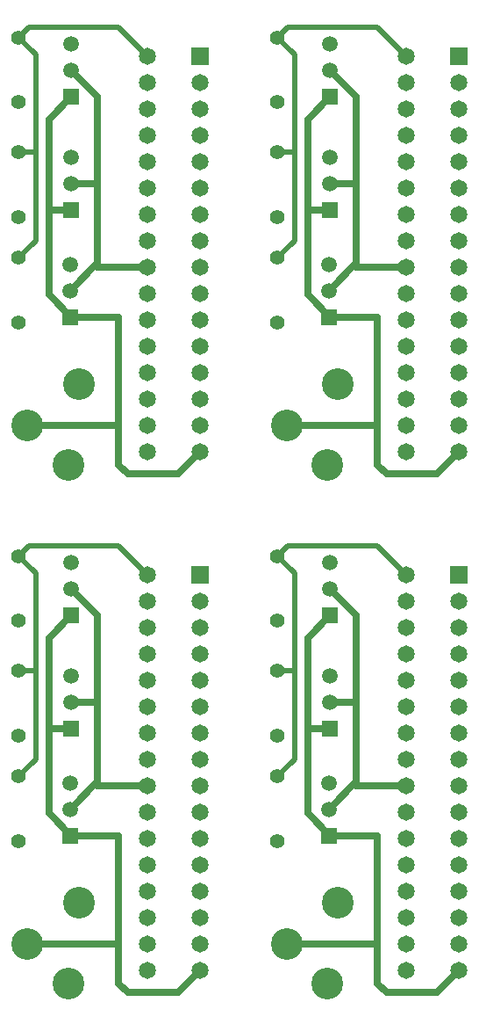
<source format=gbl>
%FSLAX23Y23*%
%MOIN*%
G70*
G01*
G75*
G04 Layer_Physical_Order=2*
G04 Layer_Color=16711680*
%ADD10C,0.015*%
%ADD11C,0.025*%
%ADD12C,0.120*%
%ADD13C,0.055*%
%ADD14C,0.065*%
%ADD15R,0.065X0.065*%
%ADD16C,0.059*%
%ADD17R,0.059X0.059*%
%ADD18C,0.020*%
D10*
X275Y1772D02*
Y1777D01*
X1259Y1772D02*
Y1777D01*
X275Y3740D02*
Y3745D01*
X1259Y3740D02*
Y3745D01*
D11*
X375Y927D02*
X565D01*
X375D02*
Y942D01*
Y1247D01*
X270Y837D02*
X375Y942D01*
X455Y322D02*
Y737D01*
Y177D02*
Y322D01*
X451Y326D02*
X455Y322D01*
X109Y326D02*
X451D01*
X190Y1142D02*
Y1487D01*
Y822D02*
Y1142D01*
X275D01*
X190Y1487D02*
X275Y1572D01*
X375Y1247D02*
Y1572D01*
X370Y1242D02*
X375Y1247D01*
X275Y1242D02*
X370D01*
X275Y1672D02*
X375Y1572D01*
X190Y822D02*
X275Y737D01*
X455Y177D02*
X490Y142D01*
X680D01*
X765Y227D01*
X275Y737D02*
X455D01*
X1359Y927D02*
X1549D01*
X1359D02*
Y942D01*
Y1247D01*
X1254Y837D02*
X1359Y942D01*
X1439Y322D02*
Y737D01*
Y177D02*
Y322D01*
X1435Y326D02*
X1439Y322D01*
X1093Y326D02*
X1435D01*
X1174Y1142D02*
Y1487D01*
Y822D02*
Y1142D01*
X1259D01*
X1174Y1487D02*
X1259Y1572D01*
X1359Y1247D02*
Y1572D01*
X1354Y1242D02*
X1359Y1247D01*
X1259Y1242D02*
X1354D01*
X1259Y1672D02*
X1359Y1572D01*
X1174Y822D02*
X1259Y737D01*
X1439Y177D02*
X1474Y142D01*
X1664D01*
X1749Y227D01*
X1259Y737D02*
X1439D01*
X375Y2895D02*
X565D01*
X375D02*
Y2910D01*
Y3215D01*
X270Y2805D02*
X375Y2910D01*
X455Y2290D02*
Y2705D01*
Y2145D02*
Y2290D01*
X451Y2294D02*
X455Y2290D01*
X109Y2294D02*
X451D01*
X190Y3110D02*
Y3455D01*
Y2790D02*
Y3110D01*
X275D01*
X190Y3455D02*
X275Y3540D01*
X375Y3215D02*
Y3540D01*
X370Y3210D02*
X375Y3215D01*
X275Y3210D02*
X370D01*
X275Y3640D02*
X375Y3540D01*
X190Y2790D02*
X275Y2705D01*
X455Y2145D02*
X490Y2110D01*
X680D01*
X765Y2195D01*
X275Y2705D02*
X455D01*
X1359Y2895D02*
X1549D01*
X1359D02*
Y2910D01*
Y3215D01*
X1254Y2805D02*
X1359Y2910D01*
X1439Y2290D02*
Y2705D01*
Y2145D02*
Y2290D01*
X1435Y2294D02*
X1439Y2290D01*
X1093Y2294D02*
X1435D01*
X1174Y3110D02*
Y3455D01*
Y2790D02*
Y3110D01*
X1259D01*
X1174Y3455D02*
X1259Y3540D01*
X1359Y3215D02*
Y3540D01*
X1354Y3210D02*
X1359Y3215D01*
X1259Y3210D02*
X1354D01*
X1259Y3640D02*
X1359Y3540D01*
X1174Y2790D02*
X1259Y2705D01*
X1439Y2145D02*
X1474Y2110D01*
X1664D01*
X1749Y2195D01*
X1259Y2705D02*
X1439D01*
D12*
X109Y326D02*
D03*
X265Y176D02*
D03*
X305Y482D02*
D03*
X1093Y326D02*
D03*
X1249Y176D02*
D03*
X1289Y482D02*
D03*
X109Y2294D02*
D03*
X265Y2144D02*
D03*
X305Y2450D02*
D03*
X1093Y2294D02*
D03*
X1249Y2144D02*
D03*
X1289Y2450D02*
D03*
D13*
X75Y962D02*
D03*
Y717D02*
D03*
Y1362D02*
D03*
Y1117D02*
D03*
Y1552D02*
D03*
Y1797D02*
D03*
X1059Y962D02*
D03*
Y717D02*
D03*
Y1362D02*
D03*
Y1117D02*
D03*
Y1552D02*
D03*
Y1797D02*
D03*
X75Y2930D02*
D03*
Y2685D02*
D03*
Y3330D02*
D03*
Y3085D02*
D03*
Y3520D02*
D03*
Y3765D02*
D03*
X1059Y2930D02*
D03*
Y2685D02*
D03*
Y3330D02*
D03*
Y3085D02*
D03*
Y3520D02*
D03*
Y3765D02*
D03*
D14*
X765Y727D02*
D03*
Y1027D02*
D03*
Y1327D02*
D03*
Y1627D02*
D03*
Y527D02*
D03*
Y427D02*
D03*
Y327D02*
D03*
Y227D02*
D03*
X565Y527D02*
D03*
Y427D02*
D03*
Y327D02*
D03*
Y227D02*
D03*
X765Y627D02*
D03*
Y827D02*
D03*
Y927D02*
D03*
Y1127D02*
D03*
Y1227D02*
D03*
Y1427D02*
D03*
Y1527D02*
D03*
X565Y627D02*
D03*
Y827D02*
D03*
Y927D02*
D03*
Y1127D02*
D03*
Y1227D02*
D03*
Y1427D02*
D03*
Y1527D02*
D03*
Y1727D02*
D03*
Y727D02*
D03*
Y1027D02*
D03*
Y1327D02*
D03*
Y1627D02*
D03*
X1749Y727D02*
D03*
Y1027D02*
D03*
Y1327D02*
D03*
Y1627D02*
D03*
Y527D02*
D03*
Y427D02*
D03*
Y327D02*
D03*
Y227D02*
D03*
X1549Y527D02*
D03*
Y427D02*
D03*
Y327D02*
D03*
Y227D02*
D03*
X1749Y627D02*
D03*
Y827D02*
D03*
Y927D02*
D03*
Y1127D02*
D03*
Y1227D02*
D03*
Y1427D02*
D03*
Y1527D02*
D03*
X1549Y627D02*
D03*
Y827D02*
D03*
Y927D02*
D03*
Y1127D02*
D03*
Y1227D02*
D03*
Y1427D02*
D03*
Y1527D02*
D03*
Y1727D02*
D03*
Y727D02*
D03*
Y1027D02*
D03*
Y1327D02*
D03*
Y1627D02*
D03*
X765Y2695D02*
D03*
Y2995D02*
D03*
Y3295D02*
D03*
Y3595D02*
D03*
Y2495D02*
D03*
Y2395D02*
D03*
Y2295D02*
D03*
Y2195D02*
D03*
X565Y2495D02*
D03*
Y2395D02*
D03*
Y2295D02*
D03*
Y2195D02*
D03*
X765Y2595D02*
D03*
Y2795D02*
D03*
Y2895D02*
D03*
Y3095D02*
D03*
Y3195D02*
D03*
Y3395D02*
D03*
Y3495D02*
D03*
X565Y2595D02*
D03*
Y2795D02*
D03*
Y2895D02*
D03*
Y3095D02*
D03*
Y3195D02*
D03*
Y3395D02*
D03*
Y3495D02*
D03*
Y3695D02*
D03*
Y2695D02*
D03*
Y2995D02*
D03*
Y3295D02*
D03*
Y3595D02*
D03*
X1749Y2695D02*
D03*
Y2995D02*
D03*
Y3295D02*
D03*
Y3595D02*
D03*
Y2495D02*
D03*
Y2395D02*
D03*
Y2295D02*
D03*
Y2195D02*
D03*
X1549Y2495D02*
D03*
Y2395D02*
D03*
Y2295D02*
D03*
Y2195D02*
D03*
X1749Y2595D02*
D03*
Y2795D02*
D03*
Y2895D02*
D03*
Y3095D02*
D03*
Y3195D02*
D03*
Y3395D02*
D03*
Y3495D02*
D03*
X1549Y2595D02*
D03*
Y2795D02*
D03*
Y2895D02*
D03*
Y3095D02*
D03*
Y3195D02*
D03*
Y3395D02*
D03*
Y3495D02*
D03*
Y3695D02*
D03*
Y2695D02*
D03*
Y2995D02*
D03*
Y3295D02*
D03*
Y3595D02*
D03*
D15*
X765Y1727D02*
D03*
X1749D02*
D03*
X765Y3695D02*
D03*
X1749D02*
D03*
D16*
X270Y937D02*
D03*
Y837D02*
D03*
X275Y1342D02*
D03*
Y1242D02*
D03*
Y1672D02*
D03*
Y1772D02*
D03*
X1254Y937D02*
D03*
Y837D02*
D03*
X1259Y1342D02*
D03*
Y1242D02*
D03*
Y1672D02*
D03*
Y1772D02*
D03*
X270Y2905D02*
D03*
Y2805D02*
D03*
X275Y3310D02*
D03*
Y3210D02*
D03*
Y3640D02*
D03*
Y3740D02*
D03*
X1254Y2905D02*
D03*
Y2805D02*
D03*
X1259Y3310D02*
D03*
Y3210D02*
D03*
Y3640D02*
D03*
Y3740D02*
D03*
D17*
X270Y737D02*
D03*
X275Y1142D02*
D03*
Y1572D02*
D03*
X1254Y737D02*
D03*
X1259Y1142D02*
D03*
Y1572D02*
D03*
X270Y2705D02*
D03*
X275Y3110D02*
D03*
Y3540D02*
D03*
X1254Y2705D02*
D03*
X1259Y3110D02*
D03*
Y3540D02*
D03*
D18*
X80Y1362D02*
X140D01*
X75Y962D02*
X140Y1027D01*
X455Y1837D02*
X565Y1727D01*
X115Y1837D02*
X455D01*
X75Y1797D02*
X115Y1837D01*
X140Y1027D02*
Y1362D01*
Y1732D01*
X75Y1797D02*
X140Y1732D01*
X1064Y1362D02*
X1124D01*
X1059Y962D02*
X1124Y1027D01*
X1439Y1837D02*
X1549Y1727D01*
X1099Y1837D02*
X1439D01*
X1059Y1797D02*
X1099Y1837D01*
X1124Y1027D02*
Y1362D01*
Y1732D01*
X1059Y1797D02*
X1124Y1732D01*
X80Y3330D02*
X140D01*
X75Y2930D02*
X140Y2995D01*
X455Y3805D02*
X565Y3695D01*
X115Y3805D02*
X455D01*
X75Y3765D02*
X115Y3805D01*
X140Y2995D02*
Y3330D01*
Y3700D01*
X75Y3765D02*
X140Y3700D01*
X1064Y3330D02*
X1124D01*
X1059Y2930D02*
X1124Y2995D01*
X1439Y3805D02*
X1549Y3695D01*
X1099Y3805D02*
X1439D01*
X1059Y3765D02*
X1099Y3805D01*
X1124Y2995D02*
Y3330D01*
Y3700D01*
X1059Y3765D02*
X1124Y3700D01*
M02*

</source>
